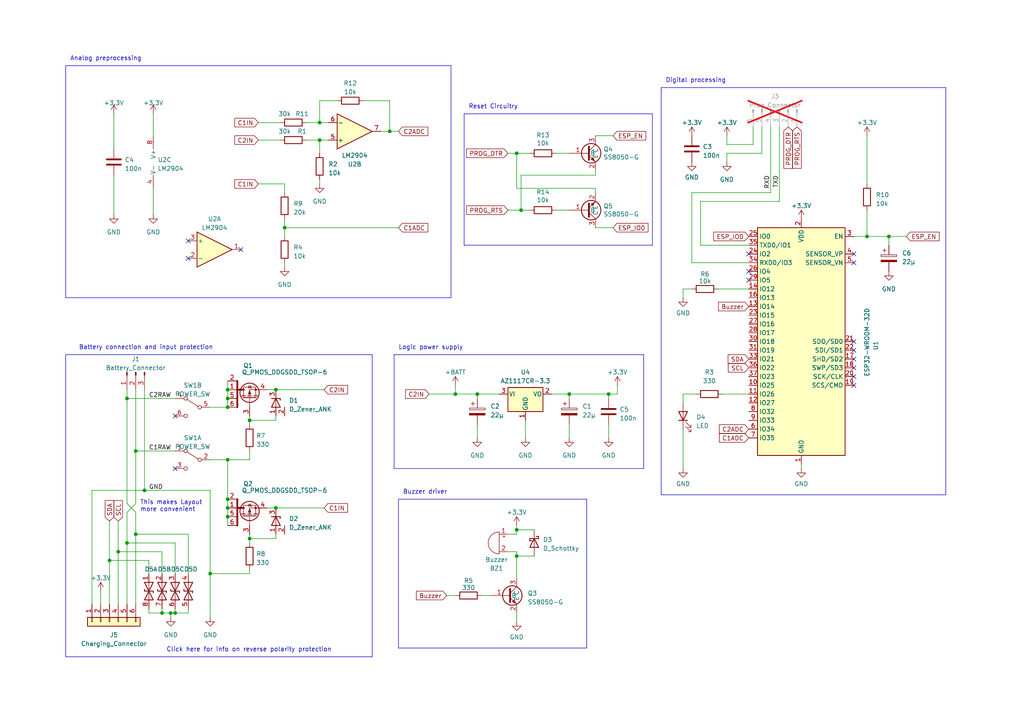
<source format=kicad_sch>
(kicad_sch (version 20230121) (generator eeschema)
  (paper "A4")
  (title_block (title "BatMon WROOM32 Version") (date "2023-05-31") (rev "0.2") (company "FrenchBakery") (comment 1 "Authors: Nilusink, melektron"))
  (junction (at 66.04 149.86))
  (junction (at 149.86 153.67))
  (junction (at 39.37 130.81))
  (junction (at 80.01 147.32))
  (junction (at 66.04 118.11))
  (junction (at 92.71 40.64))
  (junction (at 138.43 114.3))
  (junction (at 80.01 113.03))
  (junction (at 72.39 156.21))
  (junction (at 151.13 60.96))
  (junction (at 82.55 66.04))
  (junction (at 41.91 142.24))
  (junction (at 66.04 113.03))
  (junction (at 176.53 114.3))
  (junction (at 251.46 68.58))
  (junction (at 66.04 115.57))
  (junction (at 36.83 115.57))
  (junction (at 257.81 68.58))
  (junction (at 72.39 121.92))
  (junction (at 66.04 133.35))
  (junction (at 149.86 44.45))
  (junction (at 34.29 160.02))
  (junction (at 66.04 147.32))
  (junction (at 165.1 114.3))
  (junction (at 39.37 154.94))
  (junction (at 60.96 166.37))
  (junction (at 92.71 35.56))
  (junction (at 49.53 177.8))
  (junction (at 66.04 144.78))
  (junction (at 36.83 157.48))
  (junction (at 149.86 161.29))
  (junction (at 46.99 177.8))
  (junction (at 113.03 38.1))
  (junction (at 50.8 177.8))
  (junction (at 31.75 162.56))
  (junction (at 132.08 114.3))
  (no_connect (at 217.17 78.74))
  (no_connect (at 54.61 69.85))
  (no_connect (at 69.85 72.39))
  (no_connect (at 247.65 109.22))
  (no_connect (at 217.17 81.28))
  (no_connect (at 50.8 135.89))
  (no_connect (at 54.61 74.93))
  (no_connect (at 247.65 76.2))
  (no_connect (at 50.8 120.65))
  (no_connect (at 247.65 99.06))
  (no_connect (at 247.65 73.66))
  (no_connect (at 247.65 106.68))
  (no_connect (at 247.65 104.14))
  (no_connect (at 247.65 101.6))
  (no_connect (at 217.17 73.66))
  (no_connect (at 247.65 111.76))
  (wire (pts (xy 138.43 123.19) (xy 138.43 127)))
  (wire (pts (xy 92.71 40.64) (xy 92.71 44.45)))
  (wire (pts (xy 251.46 68.58) (xy 257.81 68.58)))
  (wire (pts (xy 36.83 148.59) (xy 36.83 157.48)))
  (wire (pts (xy 82.55 66.04) (xy 82.55 68.58)))
  (wire (pts (xy 138.43 114.3) (xy 144.78 114.3)))
  (wire (pts (xy 44.45 33.02) (xy 44.45 39.37)))
  (wire (pts (xy 66.04 113.03) (xy 66.04 115.57)))
  (wire (pts (xy 26.67 142.24) (xy 26.67 175.26)))
  (wire (pts (xy 147.32 44.45) (xy 149.86 44.45)))
  (polyline (pts (xy 19.05 19.05) (xy 130.81 19.05)))
  (wire (pts (xy 210.82 39.37) (xy 210.82 41.91)))
  (wire (pts (xy 36.83 157.48) (xy 36.83 175.26)))
  (wire (pts (xy 203.2 58.42) (xy 226.06 58.42)))
  (wire (pts (xy 60.96 166.37) (xy 60.96 179.07)))
  (wire (pts (xy 29.21 171.45) (xy 29.21 175.26)))
  (wire (pts (xy 198.12 135.89) (xy 198.12 124.46)))
  (wire (pts (xy 132.08 114.3) (xy 138.43 114.3)))
  (wire (pts (xy 66.04 133.35) (xy 66.04 144.78)))
  (wire (pts (xy 257.81 71.12) (xy 257.81 68.58)))
  (polyline (pts (xy 189.23 71.12) (xy 134.62 71.12)))
  (wire (pts (xy 129.54 172.72) (xy 132.08 172.72)))
  (wire (pts (xy 36.83 113.03) (xy 36.83 115.57)))
  (polyline (pts (xy 170.18 144.78) (xy 170.18 187.96)))
  (wire (pts (xy 201.93 114.3) (xy 198.12 114.3)))
  (wire (pts (xy 34.29 175.26) (xy 34.29 160.02)))
  (polyline (pts (xy 107.95 190.5) (xy 19.05 190.5)))
  (wire (pts (xy 72.39 154.94) (xy 72.39 156.21)))
  (wire (pts (xy 66.04 147.32) (xy 66.04 144.78)))
  (wire (pts (xy 43.18 177.8) (xy 46.99 177.8)))
  (wire (pts (xy 60.96 166.37) (xy 72.39 166.37)))
  (wire (pts (xy 105.41 29.21) (xy 113.03 29.21)))
  (wire (pts (xy 49.53 177.8) (xy 50.8 177.8)))
  (wire (pts (xy 149.86 44.45) (xy 153.67 44.45)))
  (wire (pts (xy 33.02 33.02) (xy 33.02 43.18)))
  (polyline (pts (xy 130.81 86.36) (xy 19.05 86.36)))
  (wire (pts (xy 43.18 177.8) (xy 43.18 176.53)))
  (polyline (pts (xy 130.81 19.05) (xy 130.81 86.36)))
  (polyline (pts (xy 114.3 102.87) (xy 114.3 135.89)))
  (wire (pts (xy 54.61 154.94) (xy 39.37 154.94)))
  (wire (pts (xy 147.32 60.96) (xy 151.13 60.96)))
  (wire (pts (xy 46.99 177.8) (xy 46.99 176.53)))
  (wire (pts (xy 39.37 148.59) (xy 39.37 154.94)))
  (polyline (pts (xy 186.69 135.89) (xy 114.3 135.89)))
  (wire (pts (xy 43.18 162.56) (xy 31.75 162.56)))
  (wire (pts (xy 220.98 44.45) (xy 210.82 44.45)))
  (wire (pts (xy 161.29 60.96) (xy 165.1 60.96)))
  (wire (pts (xy 74.93 35.56) (xy 81.28 35.56)))
  (wire (pts (xy 60.96 133.35) (xy 66.04 133.35)))
  (wire (pts (xy 66.04 133.35) (xy 72.39 133.35)))
  (wire (pts (xy 44.45 62.23) (xy 44.45 54.61)))
  (wire (pts (xy 39.37 130.81) (xy 50.8 130.81)))
  (wire (pts (xy 220.98 36.83) (xy 220.98 44.45)))
  (wire (pts (xy 82.55 76.2) (xy 82.55 77.47)))
  (wire (pts (xy 72.39 133.35) (xy 72.39 130.81)))
  (wire (pts (xy 210.82 44.45) (xy 210.82 46.99)))
  (wire (pts (xy 72.39 156.21) (xy 72.39 157.48)))
  (wire (pts (xy 149.86 44.45) (xy 149.86 54.61)))
  (wire (pts (xy 60.96 118.11) (xy 66.04 118.11)))
  (wire (pts (xy 41.91 142.24) (xy 60.96 142.24)))
  (wire (pts (xy 152.4 121.92) (xy 152.4 127)))
  (wire (pts (xy 226.06 36.83) (xy 226.06 58.42)))
  (polyline (pts (xy 191.77 143.51) (xy 274.32 143.51)))
  (wire (pts (xy 149.86 161.29) (xy 149.86 167.64)))
  (wire (pts (xy 43.18 166.37) (xy 43.18 162.56)))
  (wire (pts (xy 36.83 115.57) (xy 36.83 146.05)))
  (wire (pts (xy 36.83 146.05) (xy 39.37 148.59)))
  (wire (pts (xy 149.86 153.67) (xy 154.94 153.67)))
  (wire (pts (xy 223.52 36.83) (xy 223.52 55.88)))
  (wire (pts (xy 177.8 66.04) (xy 172.72 66.04)))
  (wire (pts (xy 247.65 68.58) (xy 251.46 68.58)))
  (wire (pts (xy 36.83 148.59) (xy 39.37 146.05)))
  (wire (pts (xy 60.96 142.24) (xy 60.96 166.37)))
  (polyline (pts (xy 170.18 187.96) (xy 115.57 187.96)))
  (polyline (pts (xy 115.57 144.78) (xy 170.18 144.78)))
  (wire (pts (xy 80.01 120.65) (xy 80.01 121.92)))
  (wire (pts (xy 161.29 44.45) (xy 165.1 44.45)))
  (wire (pts (xy 66.04 149.86) (xy 66.04 147.32)))
  (wire (pts (xy 203.2 71.12) (xy 203.2 58.42)))
  (wire (pts (xy 165.1 114.3) (xy 176.53 114.3)))
  (polyline (pts (xy 19.05 102.87) (xy 107.95 102.87)))
  (wire (pts (xy 165.1 123.19) (xy 165.1 127)))
  (wire (pts (xy 149.86 160.02) (xy 149.86 161.29)))
  (wire (pts (xy 200.66 83.82) (xy 198.12 83.82)))
  (wire (pts (xy 92.71 52.07) (xy 92.71 53.34)))
  (polyline (pts (xy 107.95 102.87) (xy 107.95 190.5)))
  (wire (pts (xy 33.02 62.23) (xy 33.02 50.8)))
  (wire (pts (xy 31.75 162.56) (xy 31.75 151.13)))
  (wire (pts (xy 36.83 115.57) (xy 50.8 115.57)))
  (wire (pts (xy 113.03 38.1) (xy 115.57 38.1)))
  (wire (pts (xy 151.13 50.8) (xy 151.13 60.96)))
  (wire (pts (xy 149.86 153.67) (xy 149.86 152.4)))
  (wire (pts (xy 46.99 166.37) (xy 46.99 160.02)))
  (polyline (pts (xy 134.62 33.02) (xy 134.62 71.12)))
  (wire (pts (xy 179.07 114.3) (xy 176.53 114.3)))
  (polyline (pts (xy 115.57 144.78) (xy 115.57 187.96)))
  (wire (pts (xy 251.46 39.37) (xy 251.46 53.34)))
  (wire (pts (xy 176.53 114.3) (xy 176.53 115.57)))
  (wire (pts (xy 50.8 177.8) (xy 54.61 177.8)))
  (wire (pts (xy 82.55 63.5) (xy 82.55 66.04)))
  (polyline (pts (xy 134.62 33.02) (xy 189.23 33.02)))
  (wire (pts (xy 149.86 54.61) (xy 172.72 54.61)))
  (polyline (pts (xy 189.23 33.02) (xy 189.23 71.12)))
  (wire (pts (xy 39.37 113.03) (xy 39.37 130.81)))
  (wire (pts (xy 80.01 113.03) (xy 93.98 113.03)))
  (wire (pts (xy 80.01 147.32) (xy 93.98 147.32)))
  (wire (pts (xy 72.39 120.65) (xy 72.39 121.92)))
  (polyline (pts (xy 114.3 102.87) (xy 186.69 102.87)))
  (wire (pts (xy 149.86 161.29) (xy 154.94 161.29)))
  (wire (pts (xy 66.04 152.4) (xy 66.04 149.86)))
  (wire (pts (xy 77.47 113.03) (xy 80.01 113.03)))
  (wire (pts (xy 132.08 111.76) (xy 132.08 114.3)))
  (wire (pts (xy 54.61 177.8) (xy 54.61 176.53)))
  (wire (pts (xy 82.55 53.34) (xy 82.55 55.88)))
  (wire (pts (xy 198.12 114.3) (xy 198.12 116.84)))
  (polyline (pts (xy 19.05 19.05) (xy 19.05 86.36)))
  (wire (pts (xy 88.9 35.56) (xy 92.71 35.56)))
  (wire (pts (xy 172.72 50.8) (xy 151.13 50.8)))
  (polyline (pts (xy 19.05 102.87) (xy 19.05 190.5)))
  (wire (pts (xy 200.66 55.88) (xy 223.52 55.88)))
  (wire (pts (xy 50.8 157.48) (xy 36.83 157.48)))
  (wire (pts (xy 74.93 53.34) (xy 82.55 53.34)))
  (wire (pts (xy 151.13 60.96) (xy 153.67 60.96)))
  (wire (pts (xy 124.46 114.3) (xy 132.08 114.3)))
  (wire (pts (xy 50.8 177.8) (xy 50.8 176.53)))
  (wire (pts (xy 88.9 40.64) (xy 92.71 40.64)))
  (wire (pts (xy 113.03 38.1) (xy 110.49 38.1)))
  (wire (pts (xy 41.91 113.03) (xy 41.91 142.24)))
  (wire (pts (xy 176.53 123.19) (xy 176.53 127)))
  (wire (pts (xy 160.02 114.3) (xy 165.1 114.3)))
  (wire (pts (xy 92.71 29.21) (xy 92.71 35.56)))
  (wire (pts (xy 66.04 110.49) (xy 66.04 113.03)))
  (wire (pts (xy 46.99 160.02) (xy 34.29 160.02)))
  (wire (pts (xy 72.39 121.92) (xy 80.01 121.92)))
  (wire (pts (xy 139.7 172.72) (xy 142.24 172.72)))
  (wire (pts (xy 80.01 154.94) (xy 80.01 156.21)))
  (wire (pts (xy 198.12 83.82) (xy 198.12 86.36)))
  (wire (pts (xy 138.43 115.57) (xy 138.43 114.3)))
  (wire (pts (xy 257.81 68.58) (xy 262.89 68.58)))
  (wire (pts (xy 72.39 165.1) (xy 72.39 166.37)))
  (wire (pts (xy 149.86 177.8) (xy 149.86 180.34)))
  (wire (pts (xy 92.71 40.64) (xy 95.25 40.64)))
  (wire (pts (xy 49.53 177.8) (xy 49.53 179.07)))
  (wire (pts (xy 39.37 130.81) (xy 39.37 146.05)))
  (wire (pts (xy 31.75 175.26) (xy 31.75 162.56)))
  (wire (pts (xy 217.17 71.12) (xy 203.2 71.12)))
  (wire (pts (xy 232.41 134.62) (xy 232.41 135.89)))
  (wire (pts (xy 172.72 54.61) (xy 172.72 55.88)))
  (wire (pts (xy 39.37 154.94) (xy 39.37 175.26)))
  (wire (pts (xy 217.17 76.2) (xy 200.66 76.2)))
  (polyline (pts (xy 274.32 25.4) (xy 274.32 143.51)))
  (wire (pts (xy 54.61 166.37) (xy 54.61 154.94)))
  (wire (pts (xy 74.93 40.64) (xy 81.28 40.64)))
  (wire (pts (xy 251.46 60.96) (xy 251.46 68.58)))
  (wire (pts (xy 97.79 29.21) (xy 92.71 29.21)))
  (wire (pts (xy 77.47 147.32) (xy 80.01 147.32)))
  (wire (pts (xy 218.44 41.91) (xy 210.82 41.91)))
  (wire (pts (xy 149.86 154.94) (xy 149.86 153.67)))
  (polyline (pts (xy 191.77 25.4) (xy 274.32 25.4)))
  (wire (pts (xy 92.71 35.56) (xy 95.25 35.56)))
  (wire (pts (xy 34.29 160.02) (xy 34.29 151.13)))
  (wire (pts (xy 72.39 121.92) (xy 72.39 123.19)))
  (wire (pts (xy 165.1 115.57) (xy 165.1 114.3)))
  (wire (pts (xy 179.07 111.76) (xy 179.07 114.3)))
  (wire (pts (xy 218.44 36.83) (xy 218.44 41.91)))
  (wire (pts (xy 80.01 156.21) (xy 72.39 156.21)))
  (wire (pts (xy 66.04 115.57) (xy 66.04 118.11)))
  (wire (pts (xy 50.8 166.37) (xy 50.8 157.48)))
  (wire (pts (xy 200.66 76.2) (xy 200.66 55.88)))
  (wire (pts (xy 147.32 160.02) (xy 149.86 160.02)))
  (wire (pts (xy 113.03 29.21) (xy 113.03 38.1)))
  (wire (pts (xy 208.28 83.82) (xy 217.17 83.82)))
  (wire (pts (xy 82.55 66.04) (xy 115.57 66.04)))
  (wire (pts (xy 41.91 142.24) (xy 26.67 142.24)))
  (polyline (pts (xy 186.69 102.87) (xy 186.69 135.89)))
  (wire (pts (xy 177.8 39.37) (xy 172.72 39.37)))
  (wire (pts (xy 172.72 49.53) (xy 172.72 50.8)))
  (wire (pts (xy 46.99 177.8) (xy 49.53 177.8)))
  (wire (pts (xy 209.55 114.3) (xy 217.17 114.3)))
  (wire (pts (xy 147.32 154.94) (xy 149.86 154.94)))
  (polyline (pts (xy 191.77 25.4) (xy 191.77 143.51)))
  (text "This makes Layout\nmore convenient" (at 40.64 148.59 0) (effects (font (size 1.27 1.27)) (justify left bottom)))
  (text "Analog preprocessing" (at 20.32 17.78 0) (effects (font (size 1.27 1.27)) (justify left bottom)))
  (text "Click here for info on reverse polarity protection" (at 48.26 189.23 0) (effects (font (size 1.27 1.27)) (justify left bottom)))
  (text "Reset Circuitry" (at 135.89 31.75 0) (effects (font (size 1.27 1.27)) (justify left bottom)))
  (text "Buzzer driver" (at 116.84 143.51 0) (effects (font (size 1.27 1.27)) (justify left bottom)))
  (text "Digital processing" (at 193.04 24.13 0) (effects (font (size 1.27 1.27)) (justify left bottom)))
  (text "Battery connection and input protection" (at 22.86 101.6 0) (effects (font (size 1.27 1.27)) (justify left bottom)))
  (text "Logic power supply" (at 115.57 101.6 0) (effects (font (size 1.27 1.27)) (justify left bottom)))
  (label "RXD" (at 223.52 50.8 270))
  (label "C2RAW" (at 43.18 115.57 0))
  (label "GND" (at 43.18 142.24 0))
  (label "TXD" (at 226.06 50.8 270))
  (label "C1RAW" (at 43.18 130.81 0))
  (global_label "SDA" (shape input) (at 217.17 104.14 180) (property "Intersheetrefs" "${INTERSHEET_REFS}" (effects hide)))
  (global_label "C2ADC" (shape input) (at 217.17 124.46 180) (property "Intersheetrefs" "${INTERSHEET_REFS}" (effects hide)))
  (global_label "SDA" (shape input) (at 31.75 151.13 90) (property "Intersheetrefs" "${INTERSHEET_REFS}" (effects hide)))
  (global_label "C1ADC" (shape input) (at 217.17 127 180) (property "Intersheetrefs" "${INTERSHEET_REFS}" (effects hide)))
  (global_label "Buzzer" (shape input) (at 129.54 172.72 180) (property "Intersheetrefs" "${INTERSHEET_REFS}" (effects hide)))
  (global_label "C1IN" (shape input) (at 74.93 53.34 180) (property "Intersheetrefs" "${INTERSHEET_REFS}" (effects hide)))
  (global_label "PROG_RTS" (shape input) (at 231.14 36.83 270) (property "Intersheetrefs" "${INTERSHEET_REFS}" (effects hide)))
  (global_label "C1IN" (shape input) (at 74.93 35.56 180) (property "Intersheetrefs" "${INTERSHEET_REFS}" (effects hide)))
  (global_label "SCL" (shape input) (at 34.29 151.13 90) (property "Intersheetrefs" "${INTERSHEET_REFS}" (effects hide)))
  (global_label "ESP_EN" (shape input) (at 177.8 39.37 0) (property "Intersheetrefs" "${INTERSHEET_REFS}" (effects hide)))
  (global_label "C2IN" (shape input) (at 74.93 40.64 180) (property "Intersheetrefs" "${INTERSHEET_REFS}" (effects hide)))
  (global_label "C2IN" (shape input) (at 93.98 113.03 0) (property "Intersheetrefs" "${INTERSHEET_REFS}" (effects hide)))
  (global_label "PROG_DTR" (shape input) (at 228.6 36.83 270) (property "Intersheetrefs" "${INTERSHEET_REFS}" (effects hide)))
  (global_label "ESP_IO0" (shape input) (at 217.17 68.58 180) (property "Intersheetrefs" "${INTERSHEET_REFS}" (effects hide)))
  (global_label "C2ADC" (shape input) (at 115.57 38.1 0) (property "Intersheetrefs" "${INTERSHEET_REFS}" (effects hide)))
  (global_label "C1ADC" (shape input) (at 115.57 66.04 0) (property "Intersheetrefs" "${INTERSHEET_REFS}" (effects hide)))
  (global_label "ESP_IO0" (shape input) (at 177.8 66.04 0) (property "Intersheetrefs" "${INTERSHEET_REFS}" (effects hide)))
  (global_label "PROG_DTR" (shape input) (at 147.32 44.45 180) (property "Intersheetrefs" "${INTERSHEET_REFS}" (effects hide)))
  (global_label "Buzzer" (shape input) (at 217.17 88.9 180) (property "Intersheetrefs" "${INTERSHEET_REFS}" (effects hide)))
  (global_label "PROG_RTS" (shape input) (at 147.32 60.96 180) (property "Intersheetrefs" "${INTERSHEET_REFS}" (effects hide)))
  (global_label "ESP_EN" (shape input) (at 262.89 68.58 0) (property "Intersheetrefs" "${INTERSHEET_REFS}" (effects hide)))
  (global_label "C1IN" (shape input) (at 93.98 147.32 0) (property "Intersheetrefs" "${INTERSHEET_REFS}" (effects hide)))
  (global_label "SCL" (shape input) (at 217.17 106.68 180) (property "Intersheetrefs" "${INTERSHEET_REFS}" (effects hide)))
  (global_label "C2IN" (shape input) (at 124.46 114.3 180) (property "Intersheetrefs" "${INTERSHEET_REFS}" (effects hide)))
  (symbol (lib_id "ELEKTRON_Components:Q_PMOS_DDGSDD_TSOP-6") (at 72.39 115.57 90) (unit 1)
    (property "Reference" "Q1" (at 71.9455 106.045 90))
    (property "Value" "Q_PMOS_DDGSDD_TSOP-6" (at 82.55 107.95 90))
    (property "Footprint" "Package_SO:TSOP-6_1.65x3.05mm_P0.95mm" (effects hide))
    (property "Datasheet" "https://www.mouser.at/ProductDetail/Vishay-Siliconix/SI3483DDV-T1-BE3?qs=CiayqK2gdcISfQJWSfJFHA%3D%3D" (effects hide))
    (property "Part" "https://www.mouser.at/ProductDetail/Vishay-Siliconix/SI3483DDV-T1-BE3?qs=CiayqK2gdcISfQJWSfJFHA%3D%3D" (effects hide))
  )
  (symbol (lib_id "power:GND") (at 200.66 46.99 0) (unit 1)
    (property "Reference" "#PWR014" (effects hide))
    (property "Value" "GND" (at 200.66 51.435 0))
  )
  (symbol (lib_id "Device:C") (at 33.02 46.99 0) (unit 1)
    (property "Reference" "C4" (at 36.195 46.355 0) (effects (justify left)))
    (property "Value" "100n" (at 36.195 48.895 0) (effects (justify left)))
    (property "Footprint" "Capacitor_SMD:C_0603_1608Metric_Pad1.08x0.95mm_HandSolder" (effects hide))
    (property "Datasheet" "https://www.mouser.at/ProductDetail/KEMET/C0603C104K5RAC3121?qs=oBCMsStVSxe1EkGyoyETtg%3D%3D" (effects hide))
    (property "Part" "https://www.mouser.at/ProductDetail/KEMET/C0603C104K5RAC3121?qs=oBCMsStVSxe1EkGyoyETtg%3D%3D" (effects hide))
  )
  (symbol (lib_id "power:GND") (at 165.1 127 0) (unit 1)
    (property "Reference" "#PWR011" (effects hide))
    (property "Value" "GND" (at 165.1 132.08 0))
  )
  (symbol (lib_id "Device:R") (at 85.09 35.56 270) (unit 1)
    (property "Reference" "R11" (at 87.63 33.02 90))
    (property "Value" "30k" (at 82.55 33.02 90))
    (property "Footprint" "Resistor_SMD:R_0603_1608Metric_Pad0.98x0.95mm_HandSolder" (effects hide))
    (property "Datasheet" "https://www.mouser.at/ProductDetail/Panasonic/ERJ-3GEYJ303V?qs=4WZYzuGhm5oupAe5agOIlw%3D%3D" (effects hide))
    (property "Part" "https://www.mouser.at/ProductDetail/Panasonic/ERJ-3GEYJ303V?qs=4WZYzuGhm5oupAe5agOIlw%3D%3D" (effects hide))
  )
  (symbol (lib_id "power:GND") (at 210.82 46.99 0) (unit 1)
    (property "Reference" "#PWR05" (effects hide))
    (property "Value" "GND" (at 210.82 52.07 0))
  )
  (symbol (lib_id "Device:R") (at 135.89 172.72 270) (unit 1)
    (property "Reference" "R5" (at 135.89 168.402 90))
    (property "Value" "330" (at 135.89 170.434 90))
    (property "Footprint" "Resistor_SMD:R_0603_1608Metric_Pad0.98x0.95mm_HandSolder" (effects hide))
    (property "Datasheet" "https://www.mouser.at/ProductDetail/Panasonic/ERJ-3GEYJ331V?qs=sGAEpiMZZMtlubZbdhIBIDkNbKahCB4%252BNydd17oMA7c%3D" (effects hide))
    (property "Part" "https://www.mouser.at/ProductDetail/Panasonic/ERJ-3GEYJ331V?qs=sGAEpiMZZMtlubZbdhIBIDkNbKahCB4%252BNydd17oMA7c%3D" (effects hide))
  )
  (symbol (lib_id "Device:C_Polarized") (at 257.81 74.93 0) (unit 1)
    (property "Reference" "C6" (at 261.62 73.406 0) (effects (justify left)))
    (property "Value" "22µ" (at 261.62 75.946 0) (effects (justify left)))
    (property "Footprint" "Capacitor_Tantalum_SMD:CP_EIA-3216-18_Kemet-A_Pad1.58x1.35mm_HandSolder" (effects hide))
    (property "Datasheet" "https://www.mouser.at/ProductDetail/KEMET/T491A226K010AT?qs=JDkBW2j1Xl%2F%252BWIliF0Gx%252Bg%3D%3D" (effects hide))
    (property "Part" "https://www.mouser.at/ProductDetail/KEMET/T491A226K010AT?qs=JDkBW2j1Xl%2F%252BWIliF0Gx%252Bg%3D%3D" (effects hide))
  )
  (symbol (lib_id "Amplifier_Operational:LM2904") (at 102.87 38.1 0) (mirror x) (unit 2)
    (property "Reference" "U2" (at 102.87 47.625 0))
    (property "Value" "LM2904" (at 102.87 45.085 0))
    (property "Footprint" "Package_SO:SOIC-8_3.9x4.9mm_P1.27mm" (effects hide))
    (property "Datasheet" "https://www.mouser.at/ProductDetail/Texas-Instruments/LM2904BIDR?qs=9r4v7xj2LnnFewvbXZMeJA%3D%3D" (effects hide))
    (property "Part" "https://www.mouser.at/ProductDetail/Texas-Instruments/LM2904BIDR?qs=9r4v7xj2LnnFewvbXZMeJA%3D%3D" (effects hide))
  )
  (symbol (lib_id "Device:R") (at 251.46 57.15 180) (unit 1)
    (property "Reference" "R10" (at 254 56.515 0) (effects (justify right)))
    (property "Value" "10k" (at 254 59.055 0) (effects (justify right)))
    (property "Footprint" "Resistor_SMD:R_0603_1608Metric_Pad0.98x0.95mm_HandSolder" (effects hide))
    (property "Datasheet" "https://www.mouser.at/ProductDetail/Panasonic/ERJ-3GEYJ103V?qs=66DK8nO8gJBWgc%252B0VNNxzg%3D%3D" (effects hide))
    (property "Part" "https://www.mouser.at/ProductDetail/Panasonic/ERJ-3GEYJ103V?qs=66DK8nO8gJBWgc%252B0VNNxzg%3D%3D" (effects hide))
  )
  (symbol (lib_id "power:GND") (at 33.02 62.23 0) (unit 1)
    (property "Reference" "#PWR017" (effects hide))
    (property "Value" "GND" (at 33.02 67.31 0))
  )
  (symbol (lib_id "Amplifier_Operational:LM2904") (at 62.23 72.39 0) (unit 1)
    (property "Reference" "U2" (at 62.23 63.5 0))
    (property "Value" "LM2904" (at 62.23 66.04 0))
    (property "Footprint" "Package_SO:SOIC-8_3.9x4.9mm_P1.27mm" (effects hide))
    (property "Datasheet" "https://www.mouser.at/ProductDetail/Texas-Instruments/LM2904BIDR?qs=9r4v7xj2LnnFewvbXZMeJA%3D%3D" (effects hide))
    (property "Part" "https://www.mouser.at/ProductDetail/Texas-Instruments/LM2904BIDR?qs=9r4v7xj2LnnFewvbXZMeJA%3D%3D" (effects hide))
  )
  (symbol (lib_id "power:GND") (at 198.12 86.36 0) (unit 1)
    (property "Reference" "#PWR021" (effects hide))
    (property "Value" "GND" (at 198.12 90.805 0))
  )
  (symbol (lib_id "power:+3.3V") (at 210.82 39.37 0) (unit 1)
    (property "Reference" "#PWR04" (effects hide))
    (property "Value" "+3.3V" (at 210.82 35.56 0))
  )
  (symbol (lib_id "power:+3.3V") (at 44.45 33.02 0) (unit 1)
    (property "Reference" "#PWR07" (effects hide))
    (property "Value" "+3.3V" (at 44.45 29.845 0))
  )
  (symbol (lib_id "ELEKTRON_Components:SS8050-G") (at 171.45 44.45 0) (unit 1)
    (property "Reference" "Q4" (at 175.006 43.2816 0) (effects (justify left)))
    (property "Value" "SS8050-G" (at 175.006 45.593 0) (effects (justify left)))
    (property "Footprint" "Package_TO_SOT_SMD:SOT-23" (effects hide))
    (property "Datasheet" "https://www.mouser.at/ProductDetail/Comchip-Technology/SS8050-G?qs=LLUE9lz1YbcHg%252BWLMAtcrQ%3D%3D" (effects hide))
    (property "Part" "https://www.mouser.at/ProductDetail/Comchip-Technology/SS8050-G?qs=LLUE9lz1YbcHg%252BWLMAtcrQ%3D%3D" (effects hide))
  )
  (symbol (lib_id "Device:LED") (at 198.12 120.65 90) (unit 1)
    (property "Reference" "D4" (at 201.93 120.9675 90) (effects (justify right)))
    (property "Value" "LED" (at 201.93 123.5075 90) (effects (justify right)))
    (property "Footprint" "LED_SMD:LED_0603_1608Metric_Pad1.05x0.95mm_HandSolder" (effects hide))
    (property "Datasheet" "https://www.mouser.at/ProductDetail/ROHM-Semiconductor/SML-A12M8TT86?qs=tENXCkUKGaH5ysTjUFzpMA%3D%3D" (effects hide))
    (property "Part" "https://www.mouser.at/ProductDetail/ROHM-Semiconductor/SML-A12M8TT86?qs=tENXCkUKGaH5ysTjUFzpMA%3D%3D" (effects hide))
  )
  (symbol (lib_id "ELEKTRON_Components:D_TVS_Quad_Array") (at 46.99 171.45 270) (unit 2)
    (property "Reference" "D5" (at 45.72 165.1 90) (effects (justify left)))
    (property "Value" "~" (at 46.99 171.45 0))
    (property "Footprint" "ELEKTRON_Footprints:D_TVS_Quad_Array_1206" (effects hide))
    (property "Datasheet" "https://www.mouser.at/ProductDetail/Bourns/CG1206MLC-12E?qs=sGAEpiMZZMsItbzKdwyIey4p2wJyp3lEWWNkVhu7loQ%3D" (effects hide))
    (property "Part" "https://www.mouser.at/ProductDetail/Bourns/CG1206MLC-12E?qs=sGAEpiMZZMsItbzKdwyIey4p2wJyp3lEWWNkVhu7loQ%3D" (effects hide))
  )
  (symbol (lib_id "power:GND") (at 176.53 127 0) (unit 1)
    (property "Reference" "#PWR018" (effects hide))
    (property "Value" "GND" (at 176.53 132.08 0))
  )
  (symbol (lib_id "ELEKTRON_Components:SS8050-G") (at 171.45 60.96 0) (mirror x) (unit 1)
    (property "Reference" "Q5" (at 175.006 59.7916 0) (effects (justify left)))
    (property "Value" "SS8050-G" (at 175.006 62.103 0) (effects (justify left)))
    (property "Footprint" "Package_TO_SOT_SMD:SOT-23" (effects hide))
    (property "Datasheet" "https://www.mouser.at/ProductDetail/Comchip-Technology/SS8050-G?qs=LLUE9lz1YbcHg%252BWLMAtcrQ%3D%3D" (effects hide))
    (property "Part" "https://www.mouser.at/ProductDetail/Comchip-Technology/SS8050-G?qs=LLUE9lz1YbcHg%252BWLMAtcrQ%3D%3D" (effects hide))
  )
  (symbol (lib_id "power:GND") (at 49.53 179.07 0) (unit 1)
    (property "Reference" "#PWR03" (effects hide))
    (property "Value" "GND" (at 49.53 184.15 0))
  )
  (symbol (lib_id "power:GND") (at 152.4 127 0) (unit 1)
    (property "Reference" "#PWR08" (effects hide))
    (property "Value" "GND" (at 152.4 132.08 0))
  )
  (symbol (lib_id "Regulator_Linear:AZ1117-3.3") (at 152.4 114.3 0) (unit 1)
    (property "Reference" "U4" (at 152.4 107.95 0))
    (property "Value" "AZ1117CR-3.3" (at 152.4 110.49 0))
    (property "Footprint" "Package_TO_SOT_SMD:SOT-89-3_Handsoldering" (effects hide))
    (property "Datasheet" "https://www.mouser.at/ProductDetail/Diodes-Incorporated/AZ1117CR-3.3TRG1?qs=FKu9oBikfSlEg7waHw2tMw%3D%3D" (effects hide))
    (property "Part" "https://www.mouser.at/ProductDetail/Diodes-Incorporated/AZ1117CR-3.3TRG1?qs=FKu9oBikfSlEg7waHw2tMw%3D%3D" (effects hide))
  )
  (symbol (lib_id "Device:R") (at 72.39 161.29 180) (unit 1)
    (property "Reference" "R8" (at 74.295 160.655 0) (effects (justify right)))
    (property "Value" "330" (at 74.295 163.195 0) (effects (justify right)))
    (property "Footprint" "Resistor_SMD:R_0603_1608Metric_Pad0.98x0.95mm_HandSolder" (effects hide))
    (property "Datasheet" "https://www.mouser.at/ProductDetail/Panasonic/ERJ-3GEYJ331V?qs=sGAEpiMZZMtlubZbdhIBIDkNbKahCB4%252BNydd17oMA7c%3D" (effects hide))
    (property "Part" "https://www.mouser.at/ProductDetail/Panasonic/ERJ-3GEYJ331V?qs=sGAEpiMZZMtlubZbdhIBIDkNbKahCB4%252BNydd17oMA7c%3D" (effects hide))
  )
  (symbol (lib_id "Device:C_Polarized") (at 165.1 119.38 0) (unit 1)
    (property "Reference" "C1" (at 168.91 117.856 0) (effects (justify left)))
    (property "Value" "22µ" (at 168.91 120.396 0) (effects (justify left)))
    (property "Footprint" "Capacitor_Tantalum_SMD:CP_EIA-3216-18_Kemet-A_Pad1.58x1.35mm_HandSolder" (effects hide))
    (property "Datasheet" "https://www.mouser.at/ProductDetail/KEMET/T491A226K010AT?qs=JDkBW2j1Xl%2F%252BWIliF0Gx%252Bg%3D%3D" (effects hide))
    (property "Part" "https://www.mouser.at/ProductDetail/KEMET/T491A226K010AT?qs=JDkBW2j1Xl%2F%252BWIliF0Gx%252Bg%3D%3D" (effects hide))
  )
  (symbol (lib_id "Device:R") (at 157.48 60.96 270) (unit 1)
    (property "Reference" "R14" (at 157.48 55.7022 90))
    (property "Value" "10k" (at 157.48 58.0136 90))
    (property "Footprint" "Resistor_SMD:R_0603_1608Metric_Pad0.98x0.95mm_HandSolder" (effects hide))
    (property "Datasheet" "https://www.mouser.at/ProductDetail/Panasonic/ERJ-3GEYJ103V?qs=66DK8nO8gJBWgc%252B0VNNxzg%3D%3D" (effects hide))
    (property "Part" "https://www.mouser.at/ProductDetail/Panasonic/ERJ-3GEYJ103V?qs=66DK8nO8gJBWgc%252B0VNNxzg%3D%3D" (effects hide))
  )
  (symbol (lib_id "power:+3.3V") (at 29.21 171.45 0) (unit 1)
    (property "Reference" "#PWR026" (effects hide))
    (property "Value" "+3.3V" (at 29.21 167.64 0))
  )
  (symbol (lib_id "Amplifier_Operational:LM2904") (at 46.99 46.99 0) (unit 3)
    (property "Reference" "U2" (at 45.72 46.355 0) (effects (justify left)))
    (property "Value" "LM2904" (at 45.72 48.895 0) (effects (justify left)))
    (property "Footprint" "Package_SO:SOIC-8_3.9x4.9mm_P1.27mm" (effects hide))
    (property "Datasheet" "https://www.mouser.at/ProductDetail/Texas-Instruments/LM2904BIDR?qs=9r4v7xj2LnnFewvbXZMeJA%3D%3D" (effects hide))
    (property "Part" "https://www.mouser.at/ProductDetail/Texas-Instruments/LM2904BIDR?qs=9r4v7xj2LnnFewvbXZMeJA%3D%3D" (effects hide))
  )
  (symbol (lib_id "Device:R") (at 85.09 40.64 270) (unit 1)
    (property "Reference" "R1" (at 87.63 38.1 90))
    (property "Value" "30k" (at 82.55 38.1 90))
    (property "Footprint" "Resistor_SMD:R_0603_1608Metric_Pad0.98x0.95mm_HandSolder" (effects hide))
    (property "Datasheet" "https://www.mouser.at/ProductDetail/Panasonic/ERJ-3GEYJ303V?qs=4WZYzuGhm5oupAe5agOIlw%3D%3D" (effects hide))
    (property "Part" "https://www.mouser.at/ProductDetail/Panasonic/ERJ-3GEYJ303V?qs=4WZYzuGhm5oupAe5agOIlw%3D%3D" (effects hide))
  )
  (symbol (lib_id "Device:R") (at 82.55 72.39 0) (unit 1)
    (property "Reference" "R4" (at 85.09 71.755 0) (effects (justify left)))
    (property "Value" "10k" (at 85.09 74.295 0) (effects (justify left)))
    (property "Footprint" "Resistor_SMD:R_0603_1608Metric_Pad0.98x0.95mm_HandSolder" (effects hide))
    (property "Datasheet" "https://www.mouser.at/ProductDetail/Panasonic/ERJ-3GEYJ103V?qs=66DK8nO8gJBWgc%252B0VNNxzg%3D%3D" (effects hide))
    (property "Part" "https://www.mouser.at/ProductDetail/Panasonic/ERJ-3GEYJ103V?qs=66DK8nO8gJBWgc%252B0VNNxzg%3D%3D" (effects hide))
  )
  (symbol (lib_id "ELEKTRON_Components:D_TVS_Quad_Array") (at 54.61 171.45 270) (unit 4)
    (property "Reference" "D5" (at 53.34 165.1 90) (effects (justify left)))
    (property "Value" "~" (at 54.61 171.45 0))
    (property "Footprint" "ELEKTRON_Footprints:D_TVS_Quad_Array_1206" (effects hide))
    (property "Datasheet" "https://www.mouser.at/ProductDetail/Bourns/CG1206MLC-12E?qs=sGAEpiMZZMsItbzKdwyIey4p2wJyp3lEWWNkVhu7loQ%3D" (effects hide))
    (property "Part" "https://www.mouser.at/ProductDetail/Bourns/CG1206MLC-12E?qs=sGAEpiMZZMsItbzKdwyIey4p2wJyp3lEWWNkVhu7loQ%3D" (effects hide))
  )
  (symbol (lib_id "power:GND") (at 60.96 179.07 0) (unit 1)
    (property "Reference" "#PWR023" (effects hide))
    (property "Value" "GND" (at 60.96 184.15 0))
  )
  (symbol (lib_id "power:GND") (at 257.81 78.74 0) (unit 1)
    (property "Reference" "#PWR027" (effects hide))
    (property "Value" "GND" (at 257.81 83.82 0))
  )
  (symbol (lib_id "power:GND") (at 82.55 77.47 0) (unit 1)
    (property "Reference" "#PWR02" (effects hide))
    (property "Value" "GND" (at 82.55 82.55 0))
  )
  (symbol (lib_id "Device:R") (at 72.39 127 180) (unit 1)
    (property "Reference" "R7" (at 74.295 126.365 0) (effects (justify right)))
    (property "Value" "330" (at 74.295 128.905 0) (effects (justify right)))
    (property "Footprint" "Resistor_SMD:R_0603_1608Metric_Pad0.98x0.95mm_HandSolder" (effects hide))
    (property "Datasheet" "https://www.mouser.at/ProductDetail/Panasonic/ERJ-3GEYJ331V?qs=sGAEpiMZZMtlubZbdhIBIDkNbKahCB4%252BNydd17oMA7c%3D" (effects hide))
    (property "Part" "https://www.mouser.at/ProductDetail/Panasonic/ERJ-3GEYJ331V?qs=sGAEpiMZZMtlubZbdhIBIDkNbKahCB4%252BNydd17oMA7c%3D" (effects hide))
  )
  (symbol (lib_id "Device:R") (at 205.74 114.3 90) (unit 1)
    (property "Reference" "R3" (at 205.74 107.95 90))
    (property "Value" "330" (at 205.74 110.49 90))
    (property "Footprint" "Resistor_SMD:R_0603_1608Metric_Pad0.98x0.95mm_HandSolder" (effects hide))
    (property "Datasheet" "https://www.mouser.at/ProductDetail/Panasonic/ERJ-3GEYJ331V?qs=sGAEpiMZZMtlubZbdhIBIDkNbKahCB4%252BNydd17oMA7c%3D" (effects hide))
    (property "Part" "https://www.mouser.at/ProductDetail/Panasonic/ERJ-3GEYJ331V?qs=sGAEpiMZZMtlubZbdhIBIDkNbKahCB4%252BNydd17oMA7c%3D" (effects hide))
  )
  (symbol (lib_id "power:+3.3V") (at 149.86 152.4 0) (unit 1)
    (property "Reference" "#PWR020" (effects hide))
    (property "Value" "+3.3V" (at 149.86 148.59 0))
  )
  (symbol (lib_id "power:+3.3V") (at 232.41 63.5 0) (unit 1)
    (property "Reference" "#PWR019" (effects hide))
    (property "Value" "+3.3V" (at 232.41 59.69 0))
  )
  (symbol (lib_id "power:GND") (at 198.12 135.89 0) (unit 1)
    (property "Reference" "#PWR025" (effects hide))
    (property "Value" "GND" (at 198.12 140.335 0))
  )
  (symbol (lib_id "Device:C") (at 200.66 43.18 0) (unit 1)
    (property "Reference" "C3" (at 203.835 42.545 0) (effects (justify left)))
    (property "Value" "100n" (at 203.835 45.085 0) (effects (justify left)))
    (property "Footprint" "Capacitor_SMD:C_0603_1608Metric_Pad1.08x0.95mm_HandSolder" (effects hide))
    (property "Datasheet" "https://www.mouser.at/ProductDetail/KEMET/C0603C104K5RAC3121?qs=oBCMsStVSxe1EkGyoyETtg%3D%3D" (effects hide))
    (property "Part" "https://www.mouser.at/ProductDetail/KEMET/C0603C104K5RAC3121?qs=oBCMsStVSxe1EkGyoyETtg%3D%3D" (effects hide))
  )
  (symbol (lib_id "Device:R") (at 101.6 29.21 270) (unit 1)
    (property "Reference" "R12" (at 101.6 24.13 90))
    (property "Value" "10k" (at 101.6 26.67 90))
    (property "Footprint" "Resistor_SMD:R_0603_1608Metric_Pad0.98x0.95mm_HandSolder" (effects hide))
    (property "Datasheet" "https://www.mouser.at/ProductDetail/Panasonic/ERJ-3GEYJ103V?qs=66DK8nO8gJBWgc%252B0VNNxzg%3D%3D" (effects hide))
    (property "Part" "https://www.mouser.at/ProductDetail/Panasonic/ERJ-3GEYJ103V?qs=66DK8nO8gJBWgc%252B0VNNxzg%3D%3D" (effects hide))
  )
  (symbol (lib_id "power:GND") (at 138.43 127 0) (unit 1)
    (property "Reference" "#PWR012" (effects hide))
    (property "Value" "GND" (at 138.43 132.08 0))
  )
  (symbol (lib_id "Connector_Generic:Conn_01x06") (at 31.75 180.34 90) (mirror x) (unit 1)
    (property "Reference" "J5" (at 33.02 184.15 90))
    (property "Value" "Charging_Connector" (at 33.02 186.69 90))
    (property "Footprint" "ELEKTRON_Footprints:Conn_Edge_1x6_LLSSSS_Mirrored" (effects hide))
    (property "Part" "https://www.mouser.at/ProductDetail/TE-Connectivity-AMP/3-829868-6?qs=5UvSbi%2F75hr714IovvECJg%3D%3D" (effects hide))
  )
  (symbol (lib_id "ELEKTRON_Components:D_Zener_ANK") (at 80.01 116.84 270) (unit 1)
    (property "Reference" "D1" (at 83.82 116.1415 90) (effects (justify left)))
    (property "Value" "D_Zener_ANK" (at 83.82 118.6815 90) (effects (justify left)))
    (property "Footprint" "Package_TO_SOT_SMD:TSOT-23" (effects hide))
    (property "Datasheet" "https://www.mouser.at/ProductDetail/Vishay-Semiconductors/MMBZ4625-HE3-08?qs=ESFF34UzhwghTg091CfyaQ%3D%3D" (effects hide))
    (property "Part" "https://www.mouser.at/ProductDetail/Vishay-Semiconductors/MMBZ4625-HE3-08?qs=ESFF34UzhwghTg091CfyaQ%3D%3D" (effects hide))
  )
  (symbol (lib_id "ELEKTRON_Components:D_TVS_Quad_Array") (at 50.8 171.45 270) (unit 3)
    (property "Reference" "D5" (at 49.53 165.1 90) (effects (justify left)))
    (property "Value" "~" (at 50.8 171.45 0))
    (property "Footprint" "ELEKTRON_Footprints:D_TVS_Quad_Array_1206" (effects hide))
    (property "Datasheet" "https://www.mouser.at/ProductDetail/Bourns/CG1206MLC-12E?qs=sGAEpiMZZMsItbzKdwyIey4p2wJyp3lEWWNkVhu7loQ%3D" (effects hide))
    (property "Part" "https://www.mouser.at/ProductDetail/Bourns/CG1206MLC-12E?qs=sGAEpiMZZMsItbzKdwyIey4p2wJyp3lEWWNkVhu7loQ%3D" (effects hide))
  )
  (symbol (lib_id "Device:R") (at 82.55 59.69 0) (unit 1)
    (property "Reference" "R9" (at 85.09 59.055 0) (effects (justify left)))
    (property "Value" "20k" (at 85.09 61.595 0) (effects (justify left)))
    (property "Footprint" "Resistor_SMD:R_0603_1608Metric_Pad0.98x0.95mm_HandSolder" (effects hide))
    (property "Datasheet" "https://www.mouser.at/ProductDetail/Panasonic/ERJ-3GEYJ203V?qs=4WZYzuGhm5oR10lJ%252BqFZyQ%3D%3D" (effects hide))
    (property "Part" "https://www.mouser.at/ProductDetail/Panasonic/ERJ-3GEYJ203V?qs=4WZYzuGhm5oR10lJ%252BqFZyQ%3D%3D" (effects hide))
  )
  (symbol (lib_id "power:+3.3V") (at 179.07 111.76 0) (unit 1)
    (property "Reference" "#PWR010" (effects hide))
    (property "Value" "+3.3V" (at 179.07 107.95 0))
  )
  (symbol (lib_id "Device:R") (at 204.47 83.82 270) (unit 1)
    (property "Reference" "R6" (at 204.47 79.502 90))
    (property "Value" "10k" (at 204.47 81.534 90))
    (property "Footprint" "Resistor_SMD:R_0603_1608Metric_Pad0.98x0.95mm_HandSolder" (effects hide))
    (property "Datasheet" "https://www.mouser.at/ProductDetail/Panasonic/ERJ-3GEYJ103V?qs=66DK8nO8gJBWgc%252B0VNNxzg%3D%3D" (effects hide))
    (property "Part" "https://www.mouser.at/ProductDetail/Panasonic/ERJ-3GEYJ103V?qs=66DK8nO8gJBWgc%252B0VNNxzg%3D%3D" (effects hide))
  )
  (symbol (lib_id "power:+3.3V") (at 251.46 39.37 0) (unit 1)
    (property "Reference" "#PWR024" (effects hide))
    (property "Value" "+3.3V" (at 251.46 35.56 0))
  )
  (symbol (lib_id "power:+3.3V") (at 33.02 33.02 0) (unit 1)
    (property "Reference" "#PWR016" (effects hide))
    (property "Value" "+3.3V" (at 33.02 29.845 0))
  )
  (symbol (lib_id "ELEKTRON_Components:Q_PMOS_DDGSDD_TSOP-6") (at 72.39 149.86 90) (unit 1)
    (property "Reference" "Q2" (at 71.9455 140.335 90))
    (property "Value" "Q_PMOS_DDGSDD_TSOP-6" (at 82.55 142.24 90))
    (property "Footprint" "Package_SO:TSOP-6_1.65x3.05mm_P0.95mm" (effects hide))
    (property "Datasheet" "https://www.mouser.at/ProductDetail/Vishay-Siliconix/SI3483DDV-T1-BE3?qs=CiayqK2gdcISfQJWSfJFHA%3D%3D" (effects hide))
    (property "Part" "https://www.mouser.at/ProductDetail/Vishay-Siliconix/SI3483DDV-T1-BE3?qs=CiayqK2gdcISfQJWSfJFHA%3D%3D" (effects hide))
  )
  (symbol (lib_id "ELEKTRON_Components:D_Zener_ANK") (at 80.01 151.13 270) (unit 1)
    (property "Reference" "D2" (at 83.82 150.4315 90) (effects (justify left)))
    (property "Value" "D_Zener_ANK" (at 83.82 152.9715 90) (effects (justify left)))
    (property "Footprint" "Package_TO_SOT_SMD:TSOT-23" (effects hide))
    (property "Datasheet" "https://www.mouser.at/ProductDetail/Vishay-Semiconductors/MMBZ4625-HE3-08?qs=ESFF34UzhwghTg091CfyaQ%3D%3D" (effects hide))
    (property "Part" "https://www.mouser.at/ProductDetail/Vishay-Semiconductors/MMBZ4625-HE3-08?qs=ESFF34UzhwghTg091CfyaQ%3D%3D" (effects hide))
  )
  (symbol (lib_id "RF_Module:ESP32-WROOM-32D") (at 232.41 99.06 0) (mirror y) (unit 1)
    (property "Reference" "U1" (at 254 101.6 90) (effects (justify left)))
    (property "Value" "ESP32-WROOM-32D" (at 251.46 109.22 90) (effects (justify left)))
    (property "Footprint" "RF_Module:ESP32-WROOM-32D" (effects hide))
    (property "Datasheet" "https://www.mouser.at/ProductDetail/Espressif-Systems/ESP32-WROOM-32E-N4?qs=Li%252BoUPsLEnsPzTWsi%252BRMgQ%3D%3D" (effects hide))
    (property "Part" "https://www.mouser.at/ProductDetail/Espressif-Systems/ESP32-WROOM-32E-N4?qs=Li%252BoUPsLEnsPzTWsi%252BRMgQ%3D%3D" (effects hide))
  )
  (symbol (lib_id "power:GND") (at 44.45 62.23 0) (unit 1)
    (property "Reference" "#PWR06" (effects hide))
    (property "Value" "GND" (at 44.45 67.31 0))
  )
  (symbol (lib_id "ELEKTRON_Components:D_TVS_Quad_Array") (at 43.18 171.45 270) (unit 1)
    (property "Reference" "D5" (at 41.91 165.1 90) (effects (justify left)))
    (property "Value" "~" (at 43.18 171.45 0))
    (property "Footprint" "ELEKTRON_Footprints:D_TVS_Quad_Array_1206" (effects hide))
    (property "Datasheet" "https://www.mouser.at/ProductDetail/Bourns/CG1206MLC-12E?qs=sGAEpiMZZMsItbzKdwyIey4p2wJyp3lEWWNkVhu7loQ%3D" (effects hide))
    (property "Part" "https://www.mouser.at/ProductDetail/Bourns/CG1206MLC-12E?qs=sGAEpiMZZMsItbzKdwyIey4p2wJyp3lEWWNkVhu7loQ%3D" (effects hide))
  )
  (symbol (lib_id "Device:R") (at 157.48 44.45 270) (unit 1)
    (property "Reference" "R13" (at 157.48 39.1922 90))
    (property "Value" "10k" (at 157.48 41.5036 90))
    (property "Footprint" "Resistor_SMD:R_0603_1608Metric_Pad0.98x0.95mm_HandSolder" (effects hide))
    (property "Datasheet" "https://www.mouser.at/ProductDetail/Panasonic/ERJ-3GEYJ103V?qs=66DK8nO8gJBWgc%252B0VNNxzg%3D%3D" (effects hide))
    (property "Part" "https://www.mouser.at/ProductDetail/Panasonic/ERJ-3GEYJ103V?qs=66DK8nO8gJBWgc%252B0VNNxzg%3D%3D" (effects hide))
  )
  (symbol (lib_id "Device:D_Schottky") (at 154.94 157.48 270) (unit 1)
    (property "Reference" "D3" (at 157.48 156.5275 90) (effects (justify left)))
    (property "Value" "D_Schottky" (at 157.48 159.0675 90) (effects (justify left)))
    (property "Footprint" "Diode_SMD:D_SOD-123" (effects hide))
    (property "Datasheet" "https://www.mouser.at/ProductDetail/Nexperia/PMEG4030ETRX?qs=ljCeji4nMDmDxu1dC0eomQ%3D%3D" (effects hide))
    (property "Part" "https://www.mouser.at/ProductDetail/Nexperia/PMEG4030ETRX?qs=ljCeji4nMDmDxu1dC0eomQ%3D%3D" (effects hide))
  )
  (symbol (lib_id "power:GND") (at 149.86 180.34 0) (unit 1)
    (property "Reference" "#PWR09" (effects hide))
    (property "Value" "GND" (at 149.86 184.785 0))
  )
  (symbol (lib_id "Switch:SW_DPDT_x2") (at 55.88 118.11 0) (mirror y) (unit 2)
    (property "Reference" "SW1" (at 55.88 111.76 0))
    (property "Value" "POWER_SW" (at 55.88 114.3 0))
    (property "Footprint" "ELEKTRON_Footprints:SW_DPDT_Nidec_CL-SB-22A-1x" (effects hide))
    (property "Datasheet" "https://www.mouser.at/ProductDetail/Nidec-Components/CL-SB-22A-12T?qs=XeJtXLiO41SVXschjFk3Rw%3D%3D" (effects hide))
    (property "Part" "https://www.mouser.at/ProductDetail/Nidec-Components/CL-SB-22A-12T?qs=XeJtXLiO41SVXschjFk3Rw%3D%3D" (effects hide))
  )
  (symbol (lib_id "Connector:Conn_01x06_Pin") (at 226.06 31.75 270) (unit 1) (dnp yes)
    (property "Reference" "J3" (at 224.79 27.94 90))
    (property "Value" "Prog_Connector" (at 224.79 30.48 90))
    (property "Footprint" "ELEKTRON_Footprints:Dbg_Port_1x6_P1.27mm_ThroughHole" (effects hide))
    (property "Datasheet" "https://www.mouser.at/ProductDetail/Harwin/M50-3930542?qs=%252BdQmOuGyFcFb1vakt822Tg%3D%3D" (effects hide))
    (property "Note" "This is just an empty row of through holes where the programmer can stick it's headers through to connect" (effects hide))
    (property "Part" "https://www.mouser.at/ProductDetail/Harwin/M50-3930542?qs=%252BdQmOuGyFcFb1vakt822Tg%3D%3D" (effects hide))
  )
  (symbol (lib_id "Connector:Conn_01x03_Pin") (at 39.37 107.95 90) (mirror x) (unit 1)
    (property "Reference" "J1" (at 39.37 104.14 90))
    (property "Value" "Battery_Connector" (at 39.37 106.68 90))
    (property "Footprint" "Connector_JST:JST_XH_S3B-XH-A_1x03_P2.50mm_Horizontal" (effects hide))
    (property "Datasheet" "https://www.reichelt.at/at/de/jst-stiftleiste-90-1x3-polig-xh-jst-xh3p-st90-p185080.html?&trstct=pos_1&nbc=1" (effects hide))
    (property "Part" "https://www.reichelt.at/at/de/jst-stiftleiste-90-1x3-polig-xh-jst-xh3p-st90-p185080.html?&trstct=pos_1&nbc=1" (effects hide))
  )
  (symbol (lib_id "ELEKTRON_Components:SS8050-G") (at 148.59 172.72 0) (unit 1)
    (property "Reference" "Q3" (at 153.035 172.085 0) (effects (justify left)))
    (property "Value" "SS8050-G" (at 153.035 174.625 0) (effects (justify left)))
    (property "Footprint" "Package_TO_SOT_SMD:SOT-23" (effects hide))
    (property "Datasheet" "https://www.mouser.at/ProductDetail/Comchip-Technology/SS8050-G?qs=LLUE9lz1YbcHg%252BWLMAtcrQ%3D%3D" (effects hide))
    (property "Part" "https://www.mouser.at/ProductDetail/Comchip-Technology/SS8050-G?qs=LLUE9lz1YbcHg%252BWLMAtcrQ%3D%3D" (effects hide))
  )
  (symbol (lib_id "power:GND") (at 232.41 135.89 0) (unit 1)
    (property "Reference" "#PWR015" (effects hide))
    (property "Value" "GND" (at 232.41 140.335 0))
  )
  (symbol (lib_id "power:GND") (at 92.71 53.34 0) (unit 1)
    (property "Reference" "#PWR022" (effects hide))
    (property "Value" "GND" (at 92.71 58.42 0))
  )
  (symbol (lib_id "Device:C") (at 176.53 119.38 0) (unit 1)
    (property "Reference" "C5" (at 179.705 118.745 0) (effects (justify left)))
    (property "Value" "100n" (at 179.705 121.285 0) (effects (justify left)))
    (property "Footprint" "Capacitor_SMD:C_0603_1608Metric_Pad1.08x0.95mm_HandSolder" (effects hide))
    (property "Datasheet" "https://www.mouser.at/ProductDetail/KEMET/C0603C104K5RAC3121?qs=oBCMsStVSxe1EkGyoyETtg%3D%3D" (effects hide))
    (property "Part" "https://www.mouser.at/ProductDetail/KEMET/C0603C104K5RAC3121?qs=oBCMsStVSxe1EkGyoyETtg%3D%3D" (effects hide))
  )
  (symbol (lib_id "power:+BATT") (at 132.08 111.76 0) (unit 1)
    (property "Reference" "#PWR01" (effects hide))
    (property "Value" "+BATT" (at 132.08 107.95 0))
  )
  (symbol (lib_id "Device:C_Polarized") (at 138.43 119.38 0) (unit 1)
    (property "Reference" "C2" (at 142.24 117.856 0) (effects (justify left)))
    (property "Value" "22µ" (at 142.24 120.396 0) (effects (justify left)))
    (property "Footprint" "Capacitor_Tantalum_SMD:CP_EIA-3216-18_Kemet-A_Pad1.58x1.35mm_HandSolder" (effects hide))
    (property "Datasheet" "https://www.mouser.at/ProductDetail/KEMET/T491A226K010AT?qs=JDkBW2j1Xl%2F%252BWIliF0Gx%252Bg%3D%3D" (effects hide))
    (property "Part" "https://www.mouser.at/ProductDetail/KEMET/T491A226K010AT?qs=JDkBW2j1Xl%2F%252BWIliF0Gx%252Bg%3D%3D" (effects hide))
  )
  (symbol (lib_id "power:+3.3V") (at 200.66 39.37 0) (unit 1)
    (property "Reference" "#PWR013" (effects hide))
    (property "Value" "+3.3V" (at 200.66 35.56 0))
  )
  (symbol (lib_id "Device:Buzzer") (at 144.78 157.48 0) (mirror y) (unit 1)
    (property "Reference" "BZ1" (at 144.0249 164.846 0))
    (property "Value" "Buzzer" (at 144.0249 162.306 0))
    (property "Footprint" "Buzzer_Beeper:MagneticBuzzer_CUI_CMT-8504-100-SMT" (effects hide))
    (property "Datasheet" "https://www.mouser.at/ProductDetail/CUI-Devices/CMT-85853-97-SMT-TR?qs=pBJMDPsKWf2YLD3HioRRrg%3D%3D" (effects hide))
    (property "Part" "https://www.mouser.at/ProductDetail/CUI-Devices/CMT-85853-97-SMT-TR?qs=pBJMDPsKWf2YLD3HioRRrg%3D%3D" (effects hide))
  )
  (symbol (lib_id "Switch:SW_DPDT_x2") (at 55.88 133.35 0) (mirror y) (unit 1)
    (property "Reference" "SW1" (at 55.88 127 0))
    (property "Value" "POWER_SW" (at 55.88 129.54 0))
    (property "Footprint" "ELEKTRON_Footprints:SW_DPDT_Nidec_CL-SB-22A-1x" (effects hide))
    (property "Datasheet" "https://www.mouser.at/ProductDetail/Nidec-Components/CL-SB-22A-12T?qs=XeJtXLiO41SVXschjFk3Rw%3D%3D" (effects hide))
    (property "Part" "https://www.mouser.at/ProductDetail/Nidec-Components/CL-SB-22A-12T?qs=XeJtXLiO41SVXschjFk3Rw%3D%3D" (effects hide))
  )
  (symbol (lib_id "Device:R") (at 92.71 48.26 0) (unit 1)
    (property "Reference" "R2" (at 95.25 47.625 0) (effects (justify left)))
    (property "Value" "10k" (at 95.25 50.165 0) (effects (justify left)))
    (property "Footprint" "Resistor_SMD:R_0603_1608Metric_Pad0.98x0.95mm_HandSolder" (effects hide))
    (property "Datasheet" "https://www.mouser.at/ProductDetail/Panasonic/ERJ-3GEYJ103V?qs=66DK8nO8gJBWgc%252B0VNNxzg%3D%3D" (effects hide))
    (property "Part" "https://www.mouser.at/ProductDetail/Panasonic/ERJ-3GEYJ103V?qs=66DK8nO8gJBWgc%252B0VNNxzg%3D%3D" (effects hide))
  )
)
</source>
